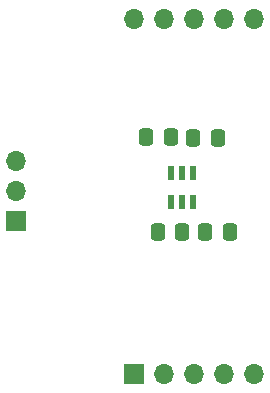
<source format=gts>
G04 #@! TF.GenerationSoftware,KiCad,Pcbnew,8.0.6*
G04 #@! TF.CreationDate,2025-08-21T09:44:45+02:00*
G04 #@! TF.ProjectId,StackBoard_OPA836,53746163-6b42-46f6-9172-645f4f504138,rev?*
G04 #@! TF.SameCoordinates,Original*
G04 #@! TF.FileFunction,Soldermask,Top*
G04 #@! TF.FilePolarity,Negative*
%FSLAX46Y46*%
G04 Gerber Fmt 4.6, Leading zero omitted, Abs format (unit mm)*
G04 Created by KiCad (PCBNEW 8.0.6) date 2025-08-21 09:44:45*
%MOMM*%
%LPD*%
G01*
G04 APERTURE LIST*
G04 Aperture macros list*
%AMRoundRect*
0 Rectangle with rounded corners*
0 $1 Rounding radius*
0 $2 $3 $4 $5 $6 $7 $8 $9 X,Y pos of 4 corners*
0 Add a 4 corners polygon primitive as box body*
4,1,4,$2,$3,$4,$5,$6,$7,$8,$9,$2,$3,0*
0 Add four circle primitives for the rounded corners*
1,1,$1+$1,$2,$3*
1,1,$1+$1,$4,$5*
1,1,$1+$1,$6,$7*
1,1,$1+$1,$8,$9*
0 Add four rect primitives between the rounded corners*
20,1,$1+$1,$2,$3,$4,$5,0*
20,1,$1+$1,$4,$5,$6,$7,0*
20,1,$1+$1,$6,$7,$8,$9,0*
20,1,$1+$1,$8,$9,$2,$3,0*%
G04 Aperture macros list end*
%ADD10RoundRect,0.250000X-0.337500X-0.475000X0.337500X-0.475000X0.337500X0.475000X-0.337500X0.475000X0*%
%ADD11RoundRect,0.250000X0.337500X0.475000X-0.337500X0.475000X-0.337500X-0.475000X0.337500X-0.475000X0*%
%ADD12R,0.600000X1.200000*%
%ADD13R,1.700000X1.700000*%
%ADD14O,1.700000X1.700000*%
G04 APERTURE END LIST*
D10*
X162962500Y-130000000D03*
X165037500Y-130000000D03*
D11*
X169047500Y-130000000D03*
X166972500Y-130000000D03*
D12*
X165950000Y-125000000D03*
X165000000Y-125000000D03*
X164050000Y-125000000D03*
X164050000Y-127500000D03*
X165000000Y-127500000D03*
X165950000Y-127500000D03*
D13*
X160920000Y-142000000D03*
D14*
X163460000Y-142000000D03*
X166000000Y-142000000D03*
X168540000Y-142000000D03*
X171080000Y-142000000D03*
X160920000Y-112000000D03*
X163460000Y-112000000D03*
X166000000Y-112000000D03*
X168540000Y-112000000D03*
X171080000Y-112000000D03*
D13*
X151000000Y-129080000D03*
D14*
X151000000Y-126540000D03*
X151000000Y-124000000D03*
D10*
X165972500Y-122037500D03*
X168047500Y-122037500D03*
D11*
X164075000Y-122000000D03*
X162000000Y-122000000D03*
M02*

</source>
